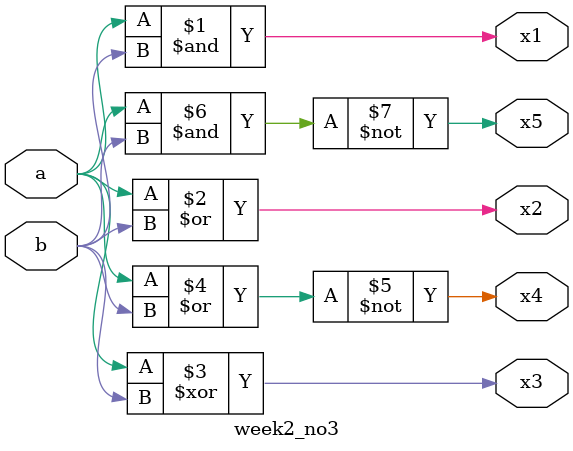
<source format=v>
`timescale 1ns / 1ps


module week2_no3(a,b,x1,x2,x3,x4,x5);

input a,b; 

output x1,x2,x3,x4,x5;

wire x1,x2,x3,x4,x5;

//and gate
assign x1=a&b;
//or gate
assign x2=a|b;
//xor gate
assign x3=a^b;
//nor gate
assign x4=~(a|b);
//nand gate
assign x5=~(a&b);

endmodule

</source>
